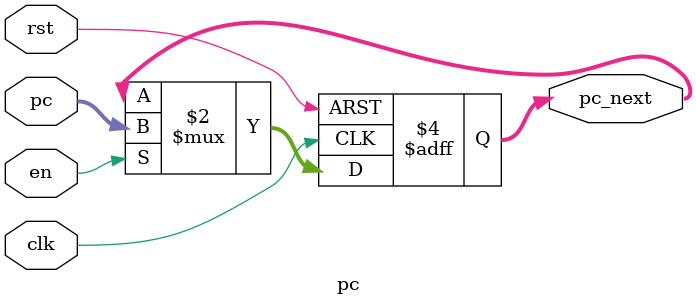
<source format=v>
module pc #(parameter WIDTH = 32)
           (input clk,
            en,
            rst,
            input [WIDTH-1:0] pc,
            output reg [WIDTH-1:0] pc_next);
    
    always @(posedge clk, posedge rst) begin
        if (rst) begin
            pc_next <= 32'hbfbffffc;
        end
        else if (en) begin
            pc_next <= pc;
        end
    end
    
endmodule

</source>
